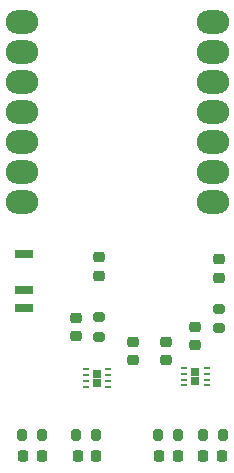
<source format=gbr>
%TF.GenerationSoftware,KiCad,Pcbnew,(7.0.0)*%
%TF.CreationDate,2023-03-10T16:09:33-06:00*%
%TF.ProjectId,stick-and-slip_v2_2-channel,73746963-6b2d-4616-9e64-2d736c69705f,rev?*%
%TF.SameCoordinates,Original*%
%TF.FileFunction,Paste,Top*%
%TF.FilePolarity,Positive*%
%FSLAX46Y46*%
G04 Gerber Fmt 4.6, Leading zero omitted, Abs format (unit mm)*
G04 Created by KiCad (PCBNEW (7.0.0)) date 2023-03-10 16:09:33*
%MOMM*%
%LPD*%
G01*
G04 APERTURE LIST*
G04 Aperture macros list*
%AMRoundRect*
0 Rectangle with rounded corners*
0 $1 Rounding radius*
0 $2 $3 $4 $5 $6 $7 $8 $9 X,Y pos of 4 corners*
0 Add a 4 corners polygon primitive as box body*
4,1,4,$2,$3,$4,$5,$6,$7,$8,$9,$2,$3,0*
0 Add four circle primitives for the rounded corners*
1,1,$1+$1,$2,$3*
1,1,$1+$1,$4,$5*
1,1,$1+$1,$6,$7*
1,1,$1+$1,$8,$9*
0 Add four rect primitives between the rounded corners*
20,1,$1+$1,$2,$3,$4,$5,0*
20,1,$1+$1,$4,$5,$6,$7,0*
20,1,$1+$1,$6,$7,$8,$9,0*
20,1,$1+$1,$8,$9,$2,$3,0*%
G04 Aperture macros list end*
%ADD10RoundRect,0.218750X0.218750X0.256250X-0.218750X0.256250X-0.218750X-0.256250X0.218750X-0.256250X0*%
%ADD11RoundRect,0.218750X-0.256250X0.218750X-0.256250X-0.218750X0.256250X-0.218750X0.256250X0.218750X0*%
%ADD12RoundRect,0.200000X0.200000X0.275000X-0.200000X0.275000X-0.200000X-0.275000X0.200000X-0.275000X0*%
%ADD13RoundRect,0.218750X-0.218750X-0.256250X0.218750X-0.256250X0.218750X0.256250X-0.218750X0.256250X0*%
%ADD14RoundRect,0.200000X-0.275000X0.200000X-0.275000X-0.200000X0.275000X-0.200000X0.275000X0.200000X0*%
%ADD15RoundRect,0.225000X0.250000X-0.225000X0.250000X0.225000X-0.250000X0.225000X-0.250000X-0.225000X0*%
%ADD16RoundRect,0.200000X-0.200000X-0.275000X0.200000X-0.275000X0.200000X0.275000X-0.200000X0.275000X0*%
%ADD17R,0.750000X0.650000*%
%ADD18R,0.500000X0.250000*%
%ADD19RoundRect,1.000000X-0.375000X0.000000X0.375000X0.000000X0.375000X0.000000X-0.375000X0.000000X0*%
%ADD20R,1.500000X0.700000*%
G04 APERTURE END LIST*
D10*
%TO.C,D4*%
X63271000Y-88392000D03*
X61696000Y-88392000D03*
%TD*%
D11*
%TO.C,D1*%
X52832000Y-71552000D03*
X52832000Y-73127000D03*
%TD*%
D12*
%TO.C,R3*%
X59512000Y-86614000D03*
X57862000Y-86614000D03*
%TD*%
D13*
%TO.C,D3*%
X57937000Y-88392000D03*
X59512000Y-88392000D03*
%TD*%
D11*
%TO.C,D2*%
X62992000Y-71704000D03*
X62992000Y-73279000D03*
%TD*%
D10*
%TO.C,D6*%
X52628000Y-88392000D03*
X51053000Y-88392000D03*
%TD*%
D14*
%TO.C,R1*%
X52832000Y-76645000D03*
X52832000Y-78295000D03*
%TD*%
D15*
%TO.C,C2*%
X58547000Y-80264000D03*
X58547000Y-78714000D03*
%TD*%
D16*
%TO.C,R6*%
X50927000Y-86614000D03*
X52577000Y-86614000D03*
%TD*%
D15*
%TO.C,C1*%
X60960000Y-78994000D03*
X60960000Y-77444000D03*
%TD*%
D17*
%TO.C,U2*%
X61020999Y-81256999D03*
X61020999Y-82056999D03*
D18*
X60070999Y-80906999D03*
X60070999Y-81406999D03*
X60070999Y-81906999D03*
X60070999Y-82406999D03*
X61970999Y-82406999D03*
X61970999Y-81906999D03*
X61970999Y-81406999D03*
X61970999Y-80906999D03*
%TD*%
D15*
%TO.C,C3*%
X50927000Y-78258000D03*
X50927000Y-76708000D03*
%TD*%
D13*
%TO.C,D5*%
X46430000Y-88392000D03*
X48005000Y-88392000D03*
%TD*%
D17*
%TO.C,U3*%
X52704999Y-82206999D03*
X52704999Y-81406999D03*
D18*
X53654999Y-82556999D03*
X53654999Y-82056999D03*
X53654999Y-81556999D03*
X53654999Y-81056999D03*
X51754999Y-81056999D03*
X51754999Y-81556999D03*
X51754999Y-82056999D03*
X51754999Y-82556999D03*
%TD*%
D19*
%TO.C,U1*%
X62486000Y-51673250D03*
X62486000Y-54213250D03*
X62486000Y-56753250D03*
X62486000Y-59293250D03*
X62486000Y-61833250D03*
X62486000Y-64373250D03*
X62486000Y-66913250D03*
X46321000Y-66913250D03*
X46321000Y-64373250D03*
X46321000Y-61833250D03*
X46321000Y-59293250D03*
X46321000Y-56753250D03*
X46321000Y-54213250D03*
X46321000Y-51673250D03*
%TD*%
D20*
%TO.C,S1*%
X46481999Y-71318999D03*
X46481999Y-74318999D03*
X46481999Y-75818999D03*
%TD*%
D14*
%TO.C,R2*%
X62992000Y-75896000D03*
X62992000Y-77546000D03*
%TD*%
D15*
%TO.C,C4*%
X55753000Y-80264000D03*
X55753000Y-78714000D03*
%TD*%
D12*
%TO.C,R5*%
X48005000Y-86614000D03*
X46355000Y-86614000D03*
%TD*%
D16*
%TO.C,R4*%
X61672000Y-86614000D03*
X63322000Y-86614000D03*
%TD*%
M02*

</source>
